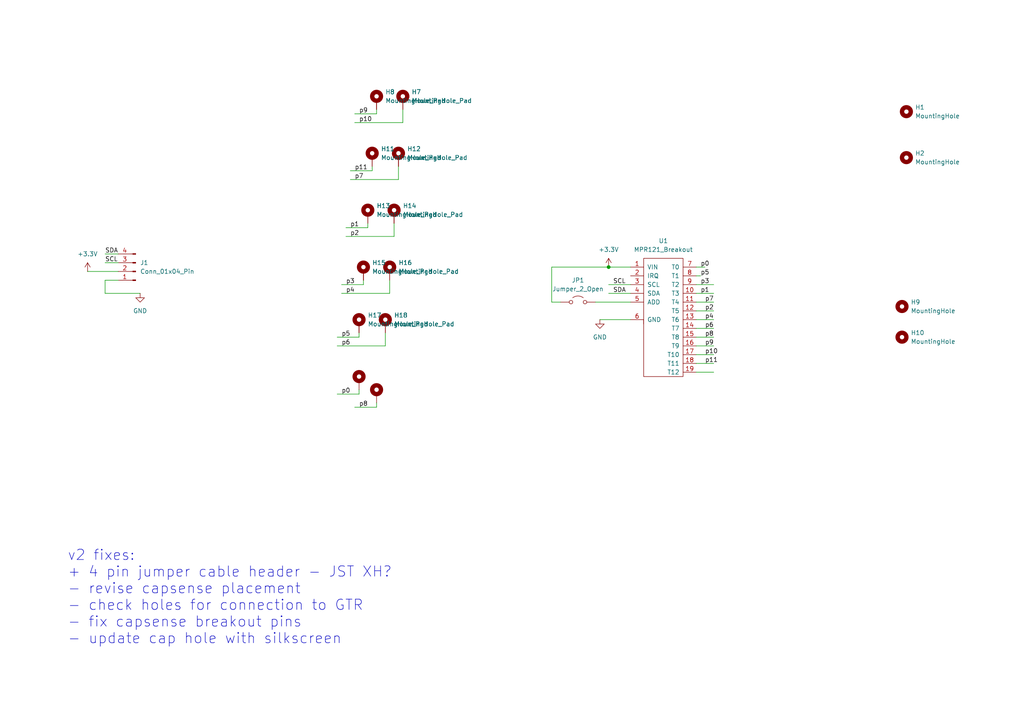
<source format=kicad_sch>
(kicad_sch (version 20231120) (generator "eeschema") (generator_version "8.0")
  (paper "A4")
  (lib_symbols
    (symbol "+3.3V_2" (power) (pin_numbers hide) (pin_names (offset 0) hide)
      (property "Value" "+3.3V" (at 0 3.556 0))
      (symbol "+3.3V_2_0_1"
        (polyline (pts (xy -0.762 1.27) (xy 0 2.54)))
        (polyline (pts (xy 0 0) (xy 0 2.54)))
        (polyline (pts (xy 0 2.54) (xy 0.762 1.27)))
      )
      (symbol "+3.3V_2_1_1"
        (pin power_in line (at 0 0 90) (length 0) (name "~") (number "1"))
      )
    )
    (symbol "Connector:Conn_01x04_Pin" (pin_names (offset 1.016) hide)
      (property "Reference" "J" (at 0 5.08 0))
      (property "Value" "Conn_01x04_Pin" (at 0 -7.62 0))
      (symbol "Conn_01x04_Pin_1_1"
        (polyline (pts (xy 1.27 -5.08) (xy 0.8636 -5.08)) (stroke (width 0.1524)))
        (polyline (pts (xy 1.27 -2.54) (xy 0.8636 -2.54)) (stroke (width 0.1524)))
        (polyline (pts (xy 1.27 0) (xy 0.8636 0)) (stroke (width 0.1524)))
        (polyline (pts (xy 1.27 2.54) (xy 0.8636 2.54)) (stroke (width 0.1524)))
        (rectangle (start 0.8636 -4.953) (end 0 -5.207) (stroke (width 0.1524)) (fill (type outline)))
        (rectangle (start 0.8636 -2.413) (end 0 -2.667) (stroke (width 0.1524)) (fill (type outline)))
        (rectangle (start 0.8636 0.127) (end 0 -0.127) (stroke (width 0.1524)) (fill (type outline)))
        (rectangle (start 0.8636 2.667) (end 0 2.413) (stroke (width 0.1524)) (fill (type outline)))
        (pin passive line (at 5.08 2.54 180) (length 3.81) (name "Pin_1") (number "1"))
        (pin passive line (at 5.08 0 180) (length 3.81) (name "Pin_2") (number "2"))
        (pin passive line (at 5.08 -2.54 180) (length 3.81) (name "Pin_3") (number "3"))
        (pin passive line (at 5.08 -5.08 180) (length 3.81) (name "Pin_4") (number "4"))
      )
    )
    (symbol "GND_2" (power) (pin_numbers hide) (pin_names (offset 0) hide)
      (property "Value" "GND" (at 0 -3.81 0))
      (symbol "GND_2_0_1"
        (polyline (pts (xy 0 0) (xy 0 -1.27) (xy 1.27 -1.27) (xy 0 -2.54) (xy -1.27 -1.27) (xy 0 -1.27)))
      )
      (symbol "GND_2_1_1"
        (pin power_in line (at 0 0 270) (length 0) (name "~") (number "1"))
      )
    )
    (symbol "Jumper:Jumper_2_Open" (pin_numbers hide) (pin_names (offset 0) hide) (exclude_from_sim yes)
      (property "Reference" "JP" (at 0 2.794 0))
      (property "Value" "Jumper_2_Open" (at 0 -2.286 0))
      (symbol "Jumper_2_Open_0_0"
        (circle (center -2.032 0) (radius 0.508))
        (circle (center 2.032 0) (radius 0.508))
      )
      (symbol "Jumper_2_Open_0_1"
        (arc (start 1.524 1.27) (mid 0 1.778) (end -1.524 1.27))
      )
      (symbol "Jumper_2_Open_1_1"
        (pin passive line (at -5.08 0 0) (length 2.54) (name "A") (number "1"))
        (pin passive line (at 5.08 0 180) (length 2.54) (name "B") (number "2"))
      )
    )
    (symbol "LSM6DS3_Breakout:MPR121_Breakout" (pin_names (offset 1.016))
      (property "Reference" "U" (at 4.318 4.318 0))
      (property "Value" "MPR121_Breakout" (at -5.334 4.572 0))
      (symbol "MPR121_Breakout_0_1"
        (polyline (pts (xy -10.16 -15.24) (xy -10.16 -16.51)))
        (polyline (pts (xy -10.16 -31.75) (xy -10.16 2.54) (xy 1.27 2.54) (xy 1.27 -30.48) (xy 1.27 -31.75) (xy -10.16 -31.75)))
      )
      (symbol "MPR121_Breakout_1_1"
        (pin input line (at -13.97 0 0) (length 3.81) (name "VIN") (number "1"))
        (pin output line (at 5.08 -7.62 180) (length 3.81) (name "T3") (number "10"))
        (pin input line (at 5.08 -10.16 180) (length 3.81) (name "T4") (number "11"))
        (pin bidirectional line (at 5.08 -12.7 180) (length 3.81) (name "T5") (number "12"))
        (pin input line (at 5.08 -15.24 180) (length 3.81) (name "T6") (number "13"))
        (pin output line (at 5.08 -17.78 180) (length 3.81) (name "T7") (number "14"))
        (pin output line (at 5.08 -20.32 180) (length 3.81) (name "T8") (number "15"))
        (pin input line (at 5.08 -22.86 180) (length 3.81) (name "T9") (number "16"))
        (pin bidirectional line (at 5.08 -25.4 180) (length 3.81) (name "T10") (number "17"))
        (pin input line (at 5.08 -27.94 180) (length 3.81) (name "T11") (number "18"))
        (pin bidirectional line (at 5.08 -30.48 180) (length 3.81) (name "T12") (number "19"))
        (pin input line (at -13.97 -2.54 0) (length 3.81) (name "IRQ") (number "2"))
        (pin power_in line (at -13.97 -5.08 0) (length 3.81) (name "SCL") (number "3"))
        (pin input line (at -13.97 -7.62 0) (length 3.81) (name "SDA") (number "4"))
        (pin bidirectional line (at -13.97 -10.16 0) (length 3.81) (name "ADD") (number "5"))
        (pin power_in line (at -13.97 -15.24 0) (length 3.81) (name "GND") (number "6"))
        (pin power_in line (at 5.08 0 180) (length 3.81) (name "T0") (number "7"))
        (pin input line (at 5.08 -2.54 180) (length 3.81) (name "T1") (number "8"))
        (pin output line (at 5.08 -5.08 180) (length 3.81) (name "T2") (number "9"))
      )
    )
    (symbol "Mechanical:MountingHole" (pin_names (offset 1.016))
      (property "Reference" "H" (at 0 5.08 0))
      (property "Value" "MountingHole" (at 0 3.175 0))
      (symbol "MountingHole_0_1"
        (circle (center 0 0) (radius 1.27) (stroke (width 1.27)))
      )
    )
    (symbol "Mechanical:MountingHole_Pad" (pin_numbers hide) (pin_names (offset 1.016) hide) (exclude_from_sim yes) (in_bom no)
      (property "Reference" "H" (at 0 6.35 0))
      (property "Value" "MountingHole_Pad" (at 0 4.445 0))
      (symbol "MountingHole_Pad_0_1"
        (circle (center 0 1.27) (radius 1.27) (stroke (width 1.27)))
      )
      (symbol "MountingHole_Pad_1_1"
        (pin input line (at 0 -2.54 90) (length 2.54) (name "1") (number "1"))
      )
    )
    (symbol "power:+3.3V" (power) (pin_numbers hide) (pin_names (offset 0) hide)
      (property "Value" "+3.3V" (at 0 3.556 0))
      (symbol "+3.3V_0_1"
        (polyline (pts (xy -0.762 1.27) (xy 0 2.54)))
        (polyline (pts (xy 0 0) (xy 0 2.54)))
        (polyline (pts (xy 0 2.54) (xy 0.762 1.27)))
      )
      (symbol "+3.3V_1_1"
        (pin power_in line (at 0 0 90) (length 0) (name "~") (number "1"))
      )
    )
    (symbol "power:GND" (power) (pin_numbers hide) (pin_names (offset 0) hide)
      (property "Value" "GND" (at 0 -3.81 0))
      (symbol "GND_0_1"
        (polyline (pts (xy 0 0) (xy 0 -1.27) (xy 1.27 -1.27) (xy 0 -2.54) (xy -1.27 -1.27) (xy 0 -1.27)))
      )
      (symbol "GND_1_1"
        (pin power_in line (at 0 0 270) (length 0) (name "~") (number "1"))
      )
    )
  )
  (junction (at 176.53 77.47))
  (wire (pts (xy 162.56 87.63) (xy 160.02 87.63)))
  (wire (pts (xy 107.95 48.26) (xy 107.95 49.53)))
  (wire (pts (xy 30.48 85.09) (xy 40.64 85.09)))
  (wire (pts (xy 104.14 96.52) (xy 104.14 97.79)))
  (wire (pts (xy 201.93 85.09) (xy 207.01 85.09)))
  (wire (pts (xy 201.93 87.63) (xy 207.01 87.63)))
  (wire (pts (xy 99.06 82.55) (xy 105.41 82.55)))
  (wire (pts (xy 25.4 78.74) (xy 34.29 78.74)))
  (wire (pts (xy 109.22 31.75) (xy 109.22 33.02)))
  (wire (pts (xy 97.79 97.79) (xy 104.14 97.79)))
  (wire (pts (xy 173.99 92.71) (xy 182.88 92.71)))
  (wire (pts (xy 160.02 87.63) (xy 160.02 77.47)))
  (wire (pts (xy 111.76 96.52) (xy 111.76 100.33)))
  (wire (pts (xy 176.53 77.47) (xy 182.88 77.47)))
  (wire (pts (xy 30.48 76.2) (xy 34.29 76.2)))
  (wire (pts (xy 100.33 66.04) (xy 106.68 66.04)))
  (wire (pts (xy 113.03 81.28) (xy 113.03 85.09)))
  (wire (pts (xy 30.48 73.66) (xy 34.29 73.66)))
  (wire (pts (xy 201.93 80.01) (xy 203.2 80.01)))
  (wire (pts (xy 176.53 82.55) (xy 182.88 82.55)))
  (wire (pts (xy 201.93 77.47) (xy 204.47 77.47)))
  (wire (pts (xy 201.93 82.55) (xy 207.01 82.55)))
  (wire (pts (xy 99.06 85.09) (xy 113.03 85.09)))
  (wire (pts (xy 104.14 113.03) (xy 104.14 114.3)))
  (wire (pts (xy 102.87 33.02) (xy 109.22 33.02)))
  (wire (pts (xy 201.93 107.95) (xy 207.01 107.95)))
  (wire (pts (xy 97.79 114.3) (xy 104.14 114.3)))
  (wire (pts (xy 201.93 102.87) (xy 207.01 102.87)))
  (wire (pts (xy 101.6 52.07) (xy 115.57 52.07)))
  (wire (pts (xy 97.79 100.33) (xy 111.76 100.33)))
  (wire (pts (xy 115.57 48.26) (xy 115.57 52.07)))
  (wire (pts (xy 109.22 116.84) (xy 109.22 118.11)))
  (wire (pts (xy 201.93 105.41) (xy 207.01 105.41)))
  (wire (pts (xy 201.93 100.33) (xy 207.01 100.33)))
  (wire (pts (xy 106.68 64.77) (xy 106.68 66.04)))
  (wire (pts (xy 100.33 68.58) (xy 114.3 68.58)))
  (wire (pts (xy 201.93 92.71) (xy 207.01 92.71)))
  (wire (pts (xy 114.3 64.77) (xy 114.3 68.58)))
  (wire (pts (xy 116.84 31.75) (xy 116.84 35.56)))
  (wire (pts (xy 201.93 97.79) (xy 207.01 97.79)))
  (wire (pts (xy 160.02 77.47) (xy 176.53 77.47)))
  (wire (pts (xy 172.72 87.63) (xy 182.88 87.63)))
  (wire (pts (xy 30.48 81.28) (xy 30.48 85.09)))
  (wire (pts (xy 201.93 90.17) (xy 207.01 90.17)))
  (wire (pts (xy 105.41 81.28) (xy 105.41 82.55)))
  (wire (pts (xy 102.87 118.11) (xy 109.22 118.11)))
  (wire (pts (xy 30.48 81.28) (xy 34.29 81.28)))
  (wire (pts (xy 102.87 35.56) (xy 116.84 35.56)))
  (wire (pts (xy 201.93 95.25) (xy 207.01 95.25)))
  (wire (pts (xy 176.53 85.09) (xy 182.88 85.09)))
  (wire (pts (xy 101.6 49.53) (xy 107.95 49.53)))
  (text "v2 fixes:\n+ 4 pin jumper cable header - JST XH?\n- revise capsense placement\n- check holes for connection to GTR\n- fix capsense breakout pins\n- update cap hole with silkscreen\n" (at 19.558 173.228 0) (effects (font (size 3 3)) (justify left)))
  (label "p7" (at 102.87 52.07 0))
  (label "SDA" (at 30.48 73.66 0))
  (label "p11" (at 204.47 105.41 0))
  (label "p7" (at 204.47 87.63 0))
  (label "p6" (at 204.47 95.25 0))
  (label "p3" (at 100.33 82.55 0))
  (label "p2" (at 101.6 68.58 0))
  (label "p10" (at 204.47 102.87 0))
  (label "p4" (at 100.33 85.09 0))
  (label "p8" (at 104.14 118.11 0))
  (label "p5" (at 99.06 97.79 0))
  (label "p2" (at 204.47 90.17 0))
  (label "p9" (at 204.47 100.33 0))
  (label "p1" (at 101.6 66.04 0))
  (label "p10" (at 104.14 35.56 0))
  (label "p9" (at 104.14 33.02 0))
  (label "p6" (at 99.06 100.33 0))
  (label "p8" (at 204.47 97.79 0))
  (label "SCL" (at 30.48 76.2 0))
  (label "SDA" (at 177.8 85.09 0))
  (label "p4" (at 204.47 92.71 0))
  (label "p5" (at 203.2 80.01 0))
  (label "SCL" (at 177.8 82.55 0))
  (label "p1" (at 203.2 85.09 0))
  (label "p0" (at 203.2 77.47 0))
  (label "p3" (at 203.2 82.55 0))
  (label "p11" (at 102.87 49.53 0))
  (label "p0" (at 99.06 114.3 0))
  (symbol (lib_id "Mechanical:MountingHole_Pad") (at 111.76 93.98 0) (unit 1) (exclude_from_sim yes) (in_bom no)
    (property "Reference" "H18" (at 114.3 91.4399 0) (effects (justify left)))
    (property "Value" "MountingHole_Pad" (at 114.3 93.9799 0) (effects (justify left)))
    (property "Footprint" "MountingHole:MountingHole_6.4mm_M6_DIN965_Pad_TopBottom" (effects (hide yes)))
    (property "Description" "Mounting Hole with connection" (effects (hide yes)))
  )
  (symbol (lib_id "Mechanical:MountingHole_Pad") (at 114.3 62.23 0) (unit 1) (exclude_from_sim yes) (in_bom no)
    (property "Reference" "H14" (at 116.84 59.6899 0) (effects (justify left)))
    (property "Value" "MountingHole_Pad" (at 116.84 62.2299 0) (effects (justify left)))
    (property "Footprint" "MountingHole:MountingHole_6.4mm_M6_DIN965_Pad_TopBottom" (effects (hide yes)))
    (property "Description" "Mounting Hole with connection" (effects (hide yes)))
  )
  (symbol (lib_id "Mechanical:MountingHole_Pad") (at 106.68 62.23 0) (unit 1) (exclude_from_sim yes) (in_bom no)
    (property "Reference" "H13" (at 109.22 59.6899 0) (effects (justify left)))
    (property "Value" "MountingHole_Pad" (at 109.22 62.2299 0) (effects (justify left)))
    (property "Footprint" "MountingHole:MountingHole_6.4mm_M6_DIN965_Pad_TopBottom" (effects (hide yes)))
    (property "Description" "Mounting Hole with connection" (effects (hide yes)))
  )
  (symbol (lib_id "Connector:Conn_01x04_Pin") (at 39.37 78.74 180) (unit 1)
    (property "Reference" "J1" (at 40.64 76.1999 0) (effects (justify right)))
    (property "Value" "Conn_01x04_Pin" (at 40.64 78.7399 0) (effects (justify right)))
    (property "Footprint" "Connector_PinHeader_2.54mm:PinHeader_1x04_P2.54mm_Horizontal" (effects (hide yes)))
    (property "Description" "Generic connector, single row, 01x04, script generated" (effects (hide yes)))
  )
  (symbol (lib_id "Mechanical:MountingHole_Pad") (at 115.57 45.72 0) (unit 1) (exclude_from_sim yes) (in_bom no)
    (property "Reference" "H12" (at 118.11 43.1799 0) (effects (justify left)))
    (property "Value" "MountingHole_Pad" (at 118.11 45.7199 0) (effects (justify left)))
    (property "Footprint" "MountingHole:MountingHole_6.4mm_M6_DIN965_Pad_TopBottom" (effects (hide yes)))
    (property "Description" "Mounting Hole with connection" (effects (hide yes)))
  )
  (symbol (lib_id "Mechanical:MountingHole_Pad") (at 107.95 45.72 0) (unit 1) (exclude_from_sim yes) (in_bom no)
    (property "Reference" "H11" (at 110.49 43.1799 0) (effects (justify left)))
    (property "Value" "MountingHole_Pad" (at 110.49 45.7199 0) (effects (justify left)))
    (property "Footprint" "MountingHole:MountingHole_6.4mm_M6_DIN965_Pad_TopBottom" (effects (hide yes)))
    (property "Description" "Mounting Hole with connection" (effects (hide yes)))
  )
  (symbol (lib_id "LSM6DS3_Breakout:MPR121_Breakout") (at 196.85 77.47 0) (unit 1)
    (property "Reference" "U1" (at 192.405 69.85 0))
    (property "Value" "MPR121_Breakout" (at 192.405 72.39 0))
    (property "Footprint" "ih_kicad:MPR121_Breakout" (effects (hide yes)))
  )
  (symbol (lib_id "Mechanical:MountingHole_Pad") (at 104.14 110.49 0) (unit 1) (exclude_from_sim yes) (in_bom no)
    (property "Reference" "H19" (effects (hide yes)))
    (property "Value" "MountingHole_Pad" (effects (hide yes)))
    (property "Footprint" "MountingHole:MountingHole_6.4mm_M6_DIN965_Pad_TopBottom" (effects (hide yes)))
    (property "Description" "Mounting Hole with connection" (effects (hide yes)))
  )
  (symbol (lib_id "Mechanical:MountingHole_Pad") (at 104.14 93.98 0) (unit 1) (exclude_from_sim yes) (in_bom no)
    (property "Reference" "H17" (at 106.68 91.4399 0) (effects (justify left)))
    (property "Value" "MountingHole_Pad" (at 106.68 93.9799 0) (effects (justify left)))
    (property "Footprint" "MountingHole:MountingHole_6.4mm_M6_DIN965_Pad_TopBottom" (effects (hide yes)))
    (property "Description" "Mounting Hole with connection" (effects (hide yes)))
  )
  (symbol (lib_id "Mechanical:MountingHole") (at 262.89 45.72 0) (unit 1)
    (property "Reference" "H2" (at 265.43 44.45 0) (effects (justify left)))
    (property "Value" "MountingHole" (at 265.43 46.99 0) (effects (justify left)))
    (property "Footprint" "MountingHole:MountingHole_4.3mm_M4" (effects (hide yes)))
  )
  (symbol (lib_id "Mechanical:MountingHole_Pad") (at 109.22 114.3 0) (unit 1) (exclude_from_sim yes) (in_bom no)
    (property "Reference" "H3" (effects (hide yes)))
    (property "Value" "MountingHole_Pad" (effects (hide yes)))
    (property "Footprint" "MountingHole:MountingHole_6.4mm_M6_DIN965_Pad_TopBottom" (effects (hide yes)))
    (property "Description" "Mounting Hole with connection" (effects (hide yes)))
  )
  (symbol (lib_id "Mechanical:MountingHole") (at 261.62 97.79 0) (unit 1)
    (property "Reference" "H10" (at 264.16 96.52 0) (effects (justify left)))
    (property "Value" "MountingHole" (at 264.16 99.06 0) (effects (justify left)))
    (property "Footprint" "MountingHole:MountingHole_3.2mm_M3" (effects (hide yes)))
  )
  (symbol (lib_id "Mechanical:MountingHole_Pad") (at 105.41 78.74 0) (unit 1) (exclude_from_sim yes) (in_bom no)
    (property "Reference" "H15" (at 107.95 76.1999 0) (effects (justify left)))
    (property "Value" "MountingHole_Pad" (at 107.95 78.7399 0) (effects (justify left)))
    (property "Footprint" "MountingHole:MountingHole_6.4mm_M6_DIN965_Pad_TopBottom" (effects (hide yes)))
    (property "Description" "Mounting Hole with connection" (effects (hide yes)))
  )
  (symbol (lib_id "power:+3.3V") (at 176.53 77.47 0) (unit 1)
    (property "Reference" "#PWR01" (effects (hide yes)))
    (property "Value" "+3.3V" (at 176.53 72.39 0))
    (property "Description" "Power symbol creates a global label with name \"+3.3V\"" (effects (hide yes)))
  )
  (symbol (lib_id "power:GND") (at 173.99 92.71 0) (unit 1)
    (property "Reference" "#PWR02" (effects (hide yes)))
    (property "Value" "GND" (at 173.99 97.79 0))
    (property "Description" "Power symbol creates a global label with name \"GND\" , ground" (effects (hide yes)))
  )
  (symbol (lib_id "Jumper:Jumper_2_Open") (at 167.64 87.63 0) (unit 1) (exclude_from_sim yes)
    (property "Reference" "JP1" (at 167.64 81.28 0))
    (property "Value" "Jumper_2_Open" (at 167.64 83.82 0))
    (property "Footprint" "Jumper:SolderJumper-2_P1.3mm_Open_RoundedPad1.0x1.5mm" (effects (hide yes)))
    (property "Description" "Jumper, 2-pole, open" (effects (hide yes)))
  )
  (symbol (lib_name "GND_2") (lib_id "power:GND") (at 40.64 85.09 0) (unit 1)
    (property "Reference" "#PWR06" (effects (hide yes)))
    (property "Value" "GND" (at 40.64 90.17 0))
    (property "Description" "Power symbol creates a global label with name \"GND\" , ground" (effects (hide yes)))
  )
  (symbol (lib_id "Mechanical:MountingHole_Pad") (at 113.03 78.74 0) (unit 1) (exclude_from_sim yes) (in_bom no)
    (property "Reference" "H16" (at 115.57 76.1999 0) (effects (justify left)))
    (property "Value" "MountingHole_Pad" (at 115.57 78.7399 0) (effects (justify left)))
    (property "Footprint" "MountingHole:MountingHole_6.4mm_M6_DIN965_Pad_TopBottom" (effects (hide yes)))
    (property "Description" "Mounting Hole with connection" (effects (hide yes)))
  )
  (symbol (lib_id "Mechanical:MountingHole_Pad") (at 116.84 29.21 0) (unit 1) (exclude_from_sim yes) (in_bom no)
    (property "Reference" "H7" (at 119.38 26.6699 0) (effects (justify left)))
    (property "Value" "MountingHole_Pad" (at 119.38 29.2099 0) (effects (justify left)))
    (property "Footprint" "MountingHole:MountingHole_6.4mm_M6_DIN965_Pad_TopBottom" (effects (hide yes)))
    (property "Description" "Mounting Hole with connection" (effects (hide yes)))
  )
  (symbol (lib_id "Mechanical:MountingHole") (at 262.89 32.385 0) (unit 1)
    (property "Reference" "H1" (at 265.43 31.115 0) (effects (justify left)))
    (property "Value" "MountingHole" (at 265.43 33.655 0) (effects (justify left)))
    (property "Footprint" "MountingHole:MountingHole_4.3mm_M4" (effects (hide yes)))
  )
  (symbol (lib_id "Mechanical:MountingHole_Pad") (at 109.22 29.21 0) (unit 1) (exclude_from_sim yes) (in_bom no)
    (property "Reference" "H8" (at 111.76 26.6699 0) (effects (justify left)))
    (property "Value" "MountingHole_Pad" (at 111.76 29.2099 0) (effects (justify left)))
    (property "Footprint" "MountingHole:MountingHole_6.4mm_M6_DIN965_Pad_TopBottom" (effects (hide yes)))
    (property "Description" "Mounting Hole with connection" (effects (hide yes)))
  )
  (symbol (lib_name "+3.3V_2") (lib_id "power:+3.3V") (at 25.4 78.74 0) (unit 1)
    (property "Reference" "#PWR011" (effects (hide yes)))
    (property "Value" "+3.3V" (at 25.4 73.66 0))
    (property "Description" "Power symbol creates a global label with name \"+3.3V\"" (effects (hide yes)))
  )
  (symbol (lib_id "Mechanical:MountingHole") (at 261.62 88.9 0) (unit 1)
    (property "Reference" "H9" (at 264.16 87.63 0) (effects (justify left)))
    (property "Value" "MountingHole" (at 264.16 90.17 0) (effects (justify left)))
    (property "Footprint" "MountingHole:MountingHole_3.2mm_M3" (effects (hide yes)))
  )
)
</source>
